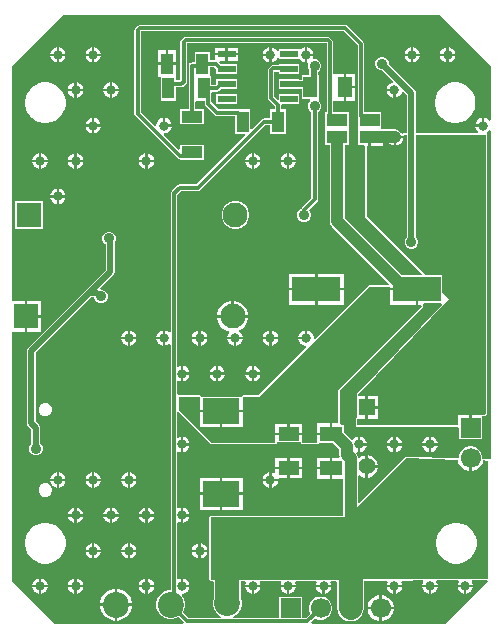
<source format=gbl>
G04*
G04 #@! TF.GenerationSoftware,Altium Limited,Altium Designer,22.2.1 (43)*
G04*
G04 Layer_Physical_Order=2*
G04 Layer_Color=16711680*
%FSLAX25Y25*%
%MOIN*%
G70*
G04*
G04 #@! TF.SameCoordinates,5435AC76-14FC-4701-A4E6-3609E34239AB*
G04*
G04*
G04 #@! TF.FilePolarity,Positive*
G04*
G01*
G75*
%ADD12C,0.01181*%
%ADD17R,0.04134X0.07087*%
%ADD20R,0.07087X0.04134*%
%ADD26C,0.05512*%
%ADD27R,0.05512X0.05512*%
%ADD28R,0.08268X0.08268*%
%ADD29C,0.08268*%
%ADD30R,0.06693X0.06693*%
%ADD31C,0.06693*%
%ADD32C,0.08661*%
%ADD33R,0.06693X0.06693*%
%ADD36C,0.03937*%
%ADD37C,0.01968*%
%ADD38C,0.03543*%
%ADD39C,0.03150*%
%ADD40R,0.16142X0.08268*%
%ADD41R,0.07480X0.05118*%
%ADD42R,0.05906X0.02362*%
%ADD43R,0.06890X0.04331*%
%ADD44R,0.04724X0.07087*%
%ADD45R,0.07087X0.04724*%
%ADD46R,0.12402X0.08661*%
%ADD47C,0.07874*%
G36*
X159843Y185951D02*
Y168128D01*
X159464Y167984D01*
X159343Y167975D01*
X158893Y168424D01*
X158309Y168761D01*
X157715Y168921D01*
Y166377D01*
X157322D01*
Y165983D01*
X154778D01*
X154937Y165389D01*
X155274Y164805D01*
X155682Y164397D01*
X155628Y164119D01*
X155499Y163897D01*
X134950D01*
Y177165D01*
X134950Y177165D01*
X134837Y177734D01*
X134515Y178216D01*
X134515Y178216D01*
X125866Y186864D01*
Y187454D01*
X125524Y188279D01*
X124893Y188910D01*
X124068Y189252D01*
X123176D01*
X122351Y188910D01*
X121720Y188279D01*
X121378Y187454D01*
Y186562D01*
X121720Y185737D01*
X122351Y185105D01*
X123176Y184764D01*
X123766D01*
X127306Y181224D01*
X127156Y180666D01*
X126806Y180572D01*
X126223Y180236D01*
X125746Y179759D01*
X125409Y179175D01*
X125250Y178581D01*
X127794D01*
Y178188D01*
X128188D01*
Y175644D01*
X128782Y175803D01*
X129365Y176140D01*
X129842Y176616D01*
X130179Y177200D01*
X130272Y177550D01*
X130830Y177699D01*
X131979Y176550D01*
Y163897D01*
X131006D01*
X130973Y163884D01*
X130939Y163893D01*
X130796Y163811D01*
X130644Y163747D01*
X130489Y163724D01*
X130068Y163826D01*
X129713Y164358D01*
X128905Y164898D01*
X127953Y165087D01*
X127953Y165087D01*
X123682D01*
X123406Y165472D01*
X123406Y165736D01*
Y170748D01*
X117718D01*
Y193602D01*
X117718Y193602D01*
X117635Y194017D01*
X117400Y194369D01*
X117400Y194369D01*
X112184Y199585D01*
X111832Y199820D01*
X111417Y199903D01*
X42913D01*
X42913Y199903D01*
X42499Y199820D01*
X42147Y199585D01*
X42147Y199585D01*
X41455Y198893D01*
X41220Y198542D01*
X41138Y198127D01*
Y170377D01*
X41220Y169962D01*
X41455Y169611D01*
X55533Y155533D01*
X55884Y155298D01*
X56221Y155231D01*
Y154941D01*
X64252D01*
Y160020D01*
X56221D01*
Y158564D01*
X55759Y158373D01*
X50814Y163318D01*
X51021Y163818D01*
X51359D01*
X52010Y163992D01*
X52594Y164329D01*
X53070Y164805D01*
X53407Y165389D01*
X53566Y165983D01*
X51022D01*
Y166377D01*
X50629D01*
Y168921D01*
X50035Y168761D01*
X49451Y168424D01*
X48975Y167948D01*
X48638Y167365D01*
X48463Y166714D01*
Y166375D01*
X47963Y166168D01*
X43305Y170826D01*
Y197678D01*
X43362Y197735D01*
X110968D01*
X115550Y193153D01*
Y169685D01*
X115571Y169580D01*
Y165736D01*
X115571Y165472D01*
X115571Y164972D01*
Y159961D01*
X117663D01*
X117998Y159461D01*
X117993Y159449D01*
X117992Y136221D01*
X118142Y135859D01*
X137122Y116879D01*
X136931Y116417D01*
X130213D01*
X111150Y135480D01*
Y159961D01*
X112579D01*
Y164972D01*
X112579Y165236D01*
X112579Y165736D01*
Y170748D01*
X107383D01*
Y174584D01*
X107874Y174606D01*
X107883Y174606D01*
X110827D01*
Y179134D01*
Y183661D01*
X107883D01*
X107874Y183661D01*
X107383Y183683D01*
Y194190D01*
X107383Y194190D01*
X107300Y194605D01*
X107066Y194956D01*
X107066Y194956D01*
X106374Y195648D01*
X106022Y195883D01*
X105607Y195966D01*
X58172D01*
X58172Y195966D01*
X57757Y195883D01*
X57406Y195648D01*
X57406Y195648D01*
X56714Y194956D01*
X56479Y194605D01*
X56397Y194190D01*
Y181456D01*
X56340Y181399D01*
X54902D01*
Y182480D01*
X55020D01*
Y186614D01*
X51968D01*
X48917D01*
Y182480D01*
X49823D01*
Y174724D01*
X54902D01*
Y179231D01*
X56788D01*
X57203Y179314D01*
X57555Y179549D01*
X58247Y180240D01*
X58247Y180240D01*
X58482Y180592D01*
X58564Y181007D01*
X58564Y181007D01*
Y193741D01*
X58621Y193798D01*
X105158D01*
X105215Y193741D01*
Y170748D01*
X104744D01*
Y165736D01*
X104744Y165472D01*
X104744Y164972D01*
Y159961D01*
X106173D01*
Y134449D01*
X106362Y133496D01*
X106902Y132689D01*
X125981Y113610D01*
X125774Y113110D01*
X119291D01*
X118930Y112960D01*
X101326Y95356D01*
X100826Y95563D01*
Y95847D01*
X100651Y96498D01*
X100314Y97082D01*
X99838Y97558D01*
X99254Y97895D01*
X98660Y98054D01*
Y95511D01*
X98267D01*
Y95117D01*
X95723D01*
X95882Y94523D01*
X96219Y93939D01*
X96695Y93463D01*
X97279Y93126D01*
X97930Y92952D01*
X98214D01*
X98421Y92452D01*
X82465Y76496D01*
X77264D01*
X76902Y76346D01*
X76902Y76346D01*
X76752Y76063D01*
X63406D01*
X63255Y76346D01*
X63255Y76346D01*
X62894Y76496D01*
X55905D01*
X55874Y76482D01*
X55374Y76817D01*
Y81142D01*
X55807Y81392D01*
X55940Y81315D01*
X56534Y81156D01*
Y83700D01*
Y86243D01*
X55940Y86084D01*
X55807Y86007D01*
X55374Y86257D01*
Y143307D01*
X56653Y144586D01*
X62232D01*
X62646Y144668D01*
X62998Y144903D01*
X84728Y166633D01*
X86437D01*
Y163701D01*
X91516D01*
Y171732D01*
X90060D01*
Y173280D01*
X90060Y173280D01*
X90260Y173524D01*
X96142D01*
Y176831D01*
X89291D01*
Y175151D01*
X88829Y174960D01*
X87698Y176091D01*
Y184292D01*
X87755Y184349D01*
X89291D01*
Y183524D01*
X96142D01*
Y186831D01*
X89291D01*
Y186517D01*
X87306D01*
X87306Y186517D01*
X86891Y186434D01*
X86540Y186199D01*
X86540Y186199D01*
X85848Y185508D01*
X85613Y185156D01*
X85530Y184741D01*
Y175642D01*
X85613Y175228D01*
X85848Y174876D01*
X87893Y172831D01*
Y171732D01*
X86437D01*
Y168800D01*
X84279D01*
X84279Y168800D01*
X83864Y168718D01*
X83513Y168483D01*
X83513Y168483D01*
X80167Y165137D01*
X79705Y165328D01*
Y171732D01*
X75794D01*
X75689Y171753D01*
X69150D01*
X66733Y174169D01*
Y177264D01*
X66733Y177264D01*
X67076Y177656D01*
X68642D01*
X69056Y177739D01*
X69408Y177974D01*
X69958Y178524D01*
X75276D01*
Y181831D01*
X68425D01*
Y180056D01*
X68193Y179824D01*
X66713D01*
X66713Y182756D01*
X66319Y183012D01*
X66319Y183256D01*
Y185924D01*
X67799D01*
X68425Y185298D01*
Y183524D01*
X75276D01*
Y186831D01*
X69958D01*
X69277Y187512D01*
X69484Y188012D01*
X71457D01*
Y189784D01*
X67913D01*
Y188092D01*
X66319D01*
Y191024D01*
X61240D01*
Y187400D01*
X60236D01*
X59821Y187317D01*
X59470Y187082D01*
X59235Y186731D01*
X59152Y186316D01*
Y171831D01*
X56221D01*
Y166752D01*
X64252D01*
Y171831D01*
X61320D01*
Y174354D01*
X61634Y174724D01*
X61820Y174724D01*
X64566D01*
Y173721D01*
X64648Y173306D01*
X64883Y172954D01*
X67934Y169903D01*
X68286Y169668D01*
X68701Y169586D01*
X74626D01*
Y163701D01*
X78077D01*
X78268Y163239D01*
X61783Y146753D01*
X56204D01*
X55789Y146671D01*
X55437Y146436D01*
X53524Y144522D01*
X53289Y144170D01*
X53206Y143756D01*
Y97653D01*
X52706Y97446D01*
X52594Y97558D01*
X52010Y97895D01*
X51416Y98054D01*
Y95511D01*
Y92967D01*
X52010Y93126D01*
X52594Y93463D01*
X52706Y93575D01*
X53206Y93368D01*
Y11496D01*
X52517D01*
X51296Y11169D01*
X50200Y10536D01*
X49306Y9642D01*
X48674Y8547D01*
X48346Y7325D01*
Y6061D01*
X48674Y4839D01*
X49306Y3744D01*
X50200Y2849D01*
X51296Y2217D01*
X52517Y1890D01*
X53782D01*
X55003Y2217D01*
X55694Y2616D01*
X57506Y804D01*
X57298Y304D01*
X14657D01*
X304Y14657D01*
Y97638D01*
X4528D01*
Y102756D01*
Y107874D01*
X304D01*
Y186131D01*
X17323Y203150D01*
X142913D01*
X159843Y185951D01*
D02*
G37*
G36*
X158268Y70472D02*
X157925Y70129D01*
X157480Y69961D01*
Y69961D01*
X157480Y69961D01*
X153543D01*
Y65630D01*
X152756D01*
Y69961D01*
X148819D01*
Y66535D01*
X115354D01*
Y68701D01*
X118110D01*
Y72441D01*
Y76181D01*
X115857D01*
X115643Y76681D01*
X146063Y108661D01*
X143780Y110945D01*
Y116417D01*
X138307D01*
X118504Y136221D01*
X118504Y159449D01*
X119095D01*
Y162598D01*
X119488D01*
Y162992D01*
X123917D01*
Y163386D01*
X124900D01*
X125202Y162992D01*
X130703D01*
X131006Y163386D01*
X131979D01*
Y129247D01*
X131562Y128830D01*
X131220Y128005D01*
Y127113D01*
X131562Y126288D01*
X132193Y125657D01*
X133018Y125315D01*
X133911D01*
X134736Y125657D01*
X135367Y126288D01*
X135709Y127113D01*
Y128005D01*
X135367Y128830D01*
X134950Y129247D01*
Y163386D01*
X158268D01*
Y70472D01*
D02*
G37*
G36*
X126181Y112205D02*
X135236D01*
Y111811D01*
X135630D01*
Y106693D01*
X136748D01*
X136940Y106231D01*
X109055Y78347D01*
Y67126D01*
X107087D01*
Y63583D01*
X106693D01*
Y63189D01*
X101969D01*
Y60630D01*
X97047D01*
Y63189D01*
X92520D01*
X87992D01*
Y60630D01*
X66929D01*
X55905Y71653D01*
Y75984D01*
X62894D01*
Y71654D01*
X70079D01*
Y71260D01*
D01*
Y71654D01*
X77264D01*
Y75984D01*
X82677D01*
X119291Y112598D01*
X126181D01*
Y112205D01*
D02*
G37*
G36*
X159464Y164769D02*
X159843Y164625D01*
Y55313D01*
X159343Y55117D01*
X159241Y55159D01*
X159068Y55236D01*
X157414Y55277D01*
X157082Y55491D01*
X156968Y55640D01*
Y56133D01*
X156708Y57104D01*
X156205Y57975D01*
X155494Y58686D01*
X154624Y59189D01*
X153652Y59449D01*
X152647D01*
X151676Y59189D01*
X150805Y58686D01*
X150094Y57975D01*
X149591Y57104D01*
X149331Y56133D01*
Y55821D01*
X149168Y55648D01*
X148859Y55494D01*
X148831Y55492D01*
X131797Y55917D01*
X131790Y55915D01*
X131784Y55918D01*
X131609Y55845D01*
X131432Y55777D01*
X131429Y55770D01*
X131422Y55768D01*
X116100Y40446D01*
X115638Y40637D01*
Y49679D01*
X116100Y49870D01*
X116207Y49763D01*
X117060Y49271D01*
X118011Y49016D01*
X118110D01*
Y52756D01*
Y56496D01*
X118011D01*
X117060Y56241D01*
X116207Y55749D01*
X116110Y55651D01*
X115568Y55816D01*
X115449Y56412D01*
X114927Y57193D01*
X114950Y57279D01*
X115198Y57639D01*
X115589Y57534D01*
Y60078D01*
Y62621D01*
X114995Y62462D01*
X114412Y62125D01*
X113935Y61649D01*
X113918Y61619D01*
X113422Y61554D01*
X110906Y64071D01*
Y66614D01*
X109896D01*
X109562Y67114D01*
X109566Y67126D01*
Y78135D01*
X137301Y105869D01*
X137340Y105963D01*
X137412Y106035D01*
Y106137D01*
X137451Y106231D01*
X137412Y106325D01*
Y106427D01*
X137297Y106705D01*
X137532Y107155D01*
X137590Y107205D01*
X143281D01*
X143496Y106705D01*
X115272Y77034D01*
X115237Y76942D01*
X115168Y76871D01*
X115169Y76766D01*
X115131Y76668D01*
X115172Y76578D01*
X115173Y76480D01*
X115306Y76169D01*
X115276Y75669D01*
X115276Y75448D01*
Y69213D01*
X114993Y69062D01*
X114993Y69062D01*
X114843Y68701D01*
Y66535D01*
X114993Y66174D01*
X115354Y66024D01*
X148819D01*
X148831Y66029D01*
X149331Y65695D01*
Y61811D01*
X156968D01*
Y69449D01*
X157468Y69449D01*
X157480D01*
X157568Y69485D01*
X157662Y69483D01*
X158106Y69651D01*
X158186Y69726D01*
X158286Y69768D01*
X158629Y70111D01*
X158779Y70472D01*
Y163386D01*
X158629Y163747D01*
X158742Y164242D01*
X158893Y164329D01*
X159343Y164779D01*
X159464Y164769D01*
D02*
G37*
G36*
X66567Y60268D02*
X66929Y60119D01*
X87992D01*
X88354Y60268D01*
X88503Y60630D01*
Y60633D01*
X88504Y60748D01*
X96535D01*
X96536Y60633D01*
Y60630D01*
X96686Y60268D01*
X97047Y60119D01*
X101969D01*
X102330Y60268D01*
X102330Y60268D01*
X102480Y60551D01*
X107386D01*
X109478Y58459D01*
Y56642D01*
X109587Y56095D01*
X109270Y55709D01*
X107087D01*
Y52165D01*
Y48622D01*
X110661D01*
Y36338D01*
X66535D01*
X66174Y36188D01*
X66024Y35827D01*
Y15315D01*
X66024Y15314D01*
X66024Y15314D01*
X66099Y15134D01*
X66174Y14953D01*
X66174Y14953D01*
X66175Y14953D01*
X66529Y14600D01*
X66530Y14600D01*
X66530Y14599D01*
X66713Y14524D01*
X66891Y14451D01*
X66891Y14451D01*
X66892Y14451D01*
X67245Y14452D01*
X67600Y14099D01*
Y8990D01*
X67571Y8941D01*
X67244Y7719D01*
Y6454D01*
X67571Y5233D01*
X68204Y4137D01*
X69098Y3243D01*
X70063Y2686D01*
X69929Y2186D01*
X59189D01*
X57227Y4149D01*
X57625Y4839D01*
X57953Y6061D01*
Y7325D01*
X57625Y8547D01*
X56993Y9642D01*
X56861Y9774D01*
X57068Y10274D01*
X57265D01*
X57916Y10449D01*
X58499Y10786D01*
X58976Y11262D01*
X59313Y11846D01*
X59472Y12440D01*
X56928D01*
Y12833D01*
X56534D01*
Y15377D01*
X55940Y15218D01*
X55807Y15141D01*
X55374Y15391D01*
Y33898D01*
X55807Y34148D01*
X55940Y34071D01*
X56534Y33912D01*
Y36456D01*
Y38999D01*
X55940Y38840D01*
X55807Y38763D01*
X55374Y39013D01*
Y57520D01*
X55807Y57770D01*
X55940Y57693D01*
X56534Y57534D01*
Y60078D01*
Y62621D01*
X55940Y62462D01*
X55807Y62385D01*
X55374Y62635D01*
Y70755D01*
X55874Y70962D01*
X66567Y60268D01*
D02*
G37*
G36*
X153543Y51299D02*
X153720D01*
X154821Y51594D01*
X155809Y52165D01*
X156615Y52971D01*
X157185Y53958D01*
X157402Y54766D01*
X159055Y54724D01*
Y15354D01*
X66890Y14962D01*
X66535Y15315D01*
Y35827D01*
X112205D01*
X131784Y55406D01*
X148840Y54980D01*
X149114Y53958D01*
X149684Y52971D01*
X150490Y52165D01*
X151478Y51594D01*
X152579Y51299D01*
X152756D01*
Y55630D01*
X153543D01*
Y51299D01*
D02*
G37*
G36*
X158830Y14342D02*
X144792Y304D01*
X100182D01*
X99975Y804D01*
X101326Y2155D01*
X101676Y1953D01*
X102647Y1693D01*
X103652D01*
X104624Y1953D01*
X105494Y2456D01*
X106205Y3167D01*
X106708Y4038D01*
X106968Y5009D01*
Y6015D01*
X106708Y6986D01*
X106205Y7857D01*
X105494Y8568D01*
X104624Y9070D01*
X103652Y9331D01*
X102647D01*
X101676Y9070D01*
X100805Y8568D01*
X100094Y7857D01*
X99591Y6986D01*
X99331Y6015D01*
Y5009D01*
X99591Y4038D01*
X99793Y3688D01*
X98291Y2186D01*
X96969D01*
Y9331D01*
X89331D01*
Y2186D01*
X74166D01*
X74032Y2686D01*
X74997Y3243D01*
X75891Y4137D01*
X76523Y5233D01*
X76850Y6454D01*
Y7719D01*
X76523Y8941D01*
X76495Y8990D01*
Y14492D01*
X77979Y14498D01*
X78268Y13999D01*
X78165Y13821D01*
X78006Y13227D01*
X83094D01*
X82935Y13821D01*
X82821Y14018D01*
X83109Y14520D01*
X89819Y14548D01*
X90108Y14050D01*
X89976Y13821D01*
X89817Y13227D01*
X94905D01*
X94746Y13821D01*
X94603Y14069D01*
X94891Y14570D01*
X101659Y14599D01*
X101948Y14100D01*
X101787Y13821D01*
X101628Y13227D01*
X106716D01*
X106557Y13821D01*
X106385Y14119D01*
X106673Y14620D01*
X108348Y14627D01*
X108702Y14274D01*
Y5512D01*
X108854Y4361D01*
X109298Y3288D01*
X110005Y2367D01*
X110926Y1660D01*
X111998Y1216D01*
X113150Y1064D01*
X114301Y1216D01*
X115373Y1660D01*
X116295Y2367D01*
X117001Y3288D01*
X117446Y4361D01*
X117597Y5512D01*
Y14667D01*
X125372Y14700D01*
X125628Y14201D01*
X125409Y13821D01*
X125250Y13227D01*
X130338D01*
X130179Y13821D01*
X129949Y14219D01*
X130190Y14720D01*
X137249Y14750D01*
X137469Y14251D01*
X137220Y13821D01*
X137061Y13227D01*
X142149D01*
X141990Y13821D01*
X141731Y14269D01*
X141936Y14770D01*
X149126Y14801D01*
X149309Y14301D01*
X149031Y13821D01*
X148872Y13227D01*
X153960D01*
X153801Y13821D01*
X153513Y14319D01*
X153681Y14820D01*
X158622Y14841D01*
X158830Y14342D01*
D02*
G37*
%LPC*%
G36*
X97873Y192543D02*
X97279Y192383D01*
X96695Y192046D01*
X96594Y191946D01*
X96142Y191831D01*
X96142Y191831D01*
Y191831D01*
X96142Y191831D01*
X89291D01*
Y191157D01*
X89109Y191088D01*
X88791Y191071D01*
X88503Y191570D01*
X88027Y192046D01*
X87443Y192383D01*
X86849Y192543D01*
Y189999D01*
Y187455D01*
X87443Y187614D01*
X88027Y187951D01*
X88503Y188427D01*
X88791Y188926D01*
X89109Y188909D01*
X89291Y188840D01*
Y188524D01*
X95717D01*
X96197Y188465D01*
X96219Y188427D01*
X96695Y187951D01*
X97279Y187614D01*
X97873Y187455D01*
Y189999D01*
Y192543D01*
D02*
G37*
G36*
X75787Y192342D02*
X72244D01*
Y190571D01*
X75787D01*
Y192342D01*
D02*
G37*
G36*
X71457D02*
X67913D01*
Y190571D01*
X71457D01*
Y192342D01*
D02*
G37*
G36*
X145904Y192543D02*
Y190392D01*
X148054D01*
X147895Y190987D01*
X147558Y191570D01*
X147082Y192046D01*
X146498Y192383D01*
X145904Y192543D01*
D02*
G37*
G36*
X145117D02*
X144523Y192383D01*
X143939Y192046D01*
X143463Y191570D01*
X143126Y190987D01*
X142967Y190392D01*
X145117D01*
Y192543D01*
D02*
G37*
G36*
X134093D02*
Y190392D01*
X136243D01*
X136084Y190987D01*
X135747Y191570D01*
X135271Y192046D01*
X134687Y192383D01*
X134093Y192543D01*
D02*
G37*
G36*
X133306D02*
X132712Y192383D01*
X132128Y192046D01*
X131652Y191570D01*
X131315Y190987D01*
X131156Y190392D01*
X133306D01*
Y192543D01*
D02*
G37*
G36*
X98660D02*
Y190392D01*
X100810D01*
X100651Y190987D01*
X100314Y191570D01*
X99838Y192046D01*
X99254Y192383D01*
X98660Y192543D01*
D02*
G37*
G36*
X86062D02*
X85468Y192383D01*
X84884Y192046D01*
X84408Y191570D01*
X84071Y190987D01*
X83912Y190392D01*
X86062D01*
Y192543D01*
D02*
G37*
G36*
X27794D02*
Y190392D01*
X29944D01*
X29785Y190987D01*
X29448Y191570D01*
X28972Y192046D01*
X28388Y192383D01*
X27794Y192543D01*
D02*
G37*
G36*
X27007D02*
X26413Y192383D01*
X25829Y192046D01*
X25353Y191570D01*
X25016Y190987D01*
X24857Y190392D01*
X27007D01*
Y192543D01*
D02*
G37*
G36*
X15983D02*
Y190392D01*
X18133D01*
X17974Y190987D01*
X17637Y191570D01*
X17161Y192046D01*
X16577Y192383D01*
X15983Y192543D01*
D02*
G37*
G36*
X15196D02*
X14602Y192383D01*
X14018Y192046D01*
X13542Y191570D01*
X13205Y190987D01*
X13046Y190392D01*
X15196D01*
Y192543D01*
D02*
G37*
G36*
X75787Y189784D02*
X72244D01*
Y188012D01*
X75787D01*
Y189784D01*
D02*
G37*
G36*
X148054Y189605D02*
X145904D01*
Y187455D01*
X146498Y187614D01*
X147082Y187951D01*
X147558Y188427D01*
X147895Y189011D01*
X148054Y189605D01*
D02*
G37*
G36*
X145117D02*
X142967D01*
X143126Y189011D01*
X143463Y188427D01*
X143939Y187951D01*
X144523Y187614D01*
X145117Y187455D01*
Y189605D01*
D02*
G37*
G36*
X136243D02*
X134093D01*
Y187455D01*
X134687Y187614D01*
X135271Y187951D01*
X135747Y188427D01*
X136084Y189011D01*
X136243Y189605D01*
D02*
G37*
G36*
X133306D02*
X131156D01*
X131315Y189011D01*
X131652Y188427D01*
X132128Y187951D01*
X132712Y187614D01*
X133306Y187455D01*
Y189605D01*
D02*
G37*
G36*
X86062D02*
X83912D01*
X84071Y189011D01*
X84408Y188427D01*
X84884Y187951D01*
X85468Y187614D01*
X86062Y187455D01*
Y189605D01*
D02*
G37*
G36*
X29944D02*
X27794D01*
Y187455D01*
X28388Y187614D01*
X28972Y187951D01*
X29448Y188427D01*
X29785Y189011D01*
X29944Y189605D01*
D02*
G37*
G36*
X27007D02*
X24857D01*
X25016Y189011D01*
X25353Y188427D01*
X25829Y187951D01*
X26413Y187614D01*
X27007Y187455D01*
Y189605D01*
D02*
G37*
G36*
X18133D02*
X15983D01*
Y187455D01*
X16577Y187614D01*
X17161Y187951D01*
X17637Y188427D01*
X17974Y189011D01*
X18133Y189605D01*
D02*
G37*
G36*
X15196D02*
X13046D01*
X13205Y189011D01*
X13542Y188427D01*
X14018Y187951D01*
X14602Y187614D01*
X15196Y187455D01*
Y189605D01*
D02*
G37*
G36*
X55020Y191535D02*
X52362D01*
Y187402D01*
X55020D01*
Y191535D01*
D02*
G37*
G36*
X51575D02*
X48917D01*
Y187402D01*
X51575D01*
Y191535D01*
D02*
G37*
G36*
X100810Y189605D02*
X98660D01*
Y187455D01*
X98730Y187474D01*
X99098Y187055D01*
X98937Y186667D01*
Y185774D01*
X99279Y184949D01*
X99395Y184833D01*
Y183150D01*
X96969D01*
Y181662D01*
X96142D01*
Y181831D01*
X89291D01*
Y178524D01*
X96142D01*
Y178692D01*
X96969D01*
Y175118D01*
X99623D01*
X99791Y174618D01*
X99279Y174106D01*
X98937Y173281D01*
Y172388D01*
X99279Y171563D01*
X99910Y170932D01*
X100097Y170855D01*
Y142181D01*
X96871Y138955D01*
X96659Y138638D01*
X96367Y138517D01*
X95735Y137885D01*
X95394Y137060D01*
Y136168D01*
X95735Y135343D01*
X96367Y134712D01*
X97191Y134370D01*
X98084D01*
X98909Y134712D01*
X99540Y135343D01*
X99882Y136168D01*
Y137060D01*
X99540Y137885D01*
X99204Y138222D01*
X101947Y140966D01*
X101947Y140966D01*
X102182Y141317D01*
X102265Y141732D01*
Y170855D01*
X102452Y170932D01*
X103084Y171563D01*
X103425Y172388D01*
Y173281D01*
X103084Y174106D01*
X102571Y174618D01*
X102638Y175118D01*
X102638Y175201D01*
Y183150D01*
X102365D01*
Y184282D01*
X102452Y184318D01*
X103084Y184949D01*
X103425Y185774D01*
Y186667D01*
X103084Y187492D01*
X102452Y188123D01*
X101628Y188465D01*
X100913D01*
X100621Y188862D01*
X100602Y188926D01*
X100651Y189011D01*
X100810Y189605D01*
D02*
G37*
G36*
X111614Y183661D02*
Y179527D01*
X114567D01*
Y183661D01*
X111614D01*
D02*
G37*
G36*
X33700Y180731D02*
Y178581D01*
X35850D01*
X35691Y179175D01*
X35354Y179759D01*
X34877Y180236D01*
X34294Y180572D01*
X33700Y180731D01*
D02*
G37*
G36*
X32912D02*
X32318Y180572D01*
X31735Y180236D01*
X31258Y179759D01*
X30921Y179175D01*
X30762Y178581D01*
X32912D01*
Y180731D01*
D02*
G37*
G36*
X21889D02*
Y178581D01*
X24039D01*
X23879Y179175D01*
X23543Y179759D01*
X23066Y180236D01*
X22483Y180572D01*
X21889Y180731D01*
D02*
G37*
G36*
X21101D02*
X20507Y180572D01*
X19924Y180236D01*
X19447Y179759D01*
X19110Y179175D01*
X18951Y178581D01*
X21101D01*
Y180731D01*
D02*
G37*
G36*
X127400Y177794D02*
X125250D01*
X125409Y177200D01*
X125746Y176616D01*
X126223Y176140D01*
X126806Y175803D01*
X127400Y175644D01*
Y177794D01*
D02*
G37*
G36*
X35850D02*
X33700D01*
Y175644D01*
X34294Y175803D01*
X34877Y176140D01*
X35354Y176616D01*
X35691Y177200D01*
X35850Y177794D01*
D02*
G37*
G36*
X32912D02*
X30762D01*
X30921Y177200D01*
X31258Y176616D01*
X31735Y176140D01*
X32318Y175803D01*
X32912Y175644D01*
Y177794D01*
D02*
G37*
G36*
X24039D02*
X21889D01*
Y175644D01*
X22483Y175803D01*
X23066Y176140D01*
X23543Y176616D01*
X23879Y177200D01*
X24039Y177794D01*
D02*
G37*
G36*
X21101D02*
X18951D01*
X19110Y177200D01*
X19447Y176616D01*
X19924Y176140D01*
X20507Y175803D01*
X21101Y175644D01*
Y177794D01*
D02*
G37*
G36*
X114567Y178740D02*
X111614D01*
Y174606D01*
X114567D01*
Y178740D01*
D02*
G37*
G36*
X75276Y176831D02*
X68425D01*
Y173524D01*
X75276D01*
Y176831D01*
D02*
G37*
G36*
X148698Y180787D02*
X147365D01*
X146056Y180527D01*
X144824Y180017D01*
X143715Y179276D01*
X142772Y178332D01*
X142031Y177223D01*
X141520Y175991D01*
X141260Y174683D01*
Y173349D01*
X141520Y172040D01*
X142031Y170808D01*
X142772Y169699D01*
X143715Y168756D01*
X144824Y168015D01*
X146056Y167504D01*
X147365Y167244D01*
X148698D01*
X150007Y167504D01*
X151239Y168015D01*
X152348Y168756D01*
X153291Y169699D01*
X154033Y170808D01*
X154543Y172040D01*
X154803Y173349D01*
Y174683D01*
X154543Y175991D01*
X154033Y177223D01*
X153291Y178332D01*
X152348Y179276D01*
X151239Y180017D01*
X150007Y180527D01*
X148698Y180787D01*
D02*
G37*
G36*
X12084D02*
X10750D01*
X9442Y180527D01*
X8210Y180017D01*
X7101Y179276D01*
X6157Y178332D01*
X5416Y177223D01*
X4906Y175991D01*
X4646Y174683D01*
Y173349D01*
X4906Y172040D01*
X5416Y170808D01*
X6157Y169699D01*
X7101Y168756D01*
X8210Y168015D01*
X9442Y167504D01*
X10750Y167244D01*
X12084D01*
X13393Y167504D01*
X14625Y168015D01*
X15734Y168756D01*
X16677Y169699D01*
X17418Y170808D01*
X17929Y172040D01*
X18189Y173349D01*
Y174683D01*
X17929Y175991D01*
X17418Y177223D01*
X16677Y178332D01*
X15734Y179276D01*
X14625Y180017D01*
X13393Y180527D01*
X12084Y180787D01*
D02*
G37*
G36*
X156928Y168921D02*
X156334Y168761D01*
X155750Y168424D01*
X155274Y167948D01*
X154937Y167365D01*
X154778Y166770D01*
X156928D01*
Y168921D01*
D02*
G37*
G36*
X51416D02*
Y166770D01*
X53566D01*
X53407Y167365D01*
X53070Y167948D01*
X52594Y168424D01*
X52010Y168761D01*
X51416Y168921D01*
D02*
G37*
G36*
X27794D02*
Y166770D01*
X29944D01*
X29785Y167365D01*
X29448Y167948D01*
X28972Y168424D01*
X28388Y168761D01*
X27794Y168921D01*
D02*
G37*
G36*
X27007D02*
X26413Y168761D01*
X25829Y168424D01*
X25353Y167948D01*
X25016Y167365D01*
X24857Y166770D01*
X27007D01*
Y168921D01*
D02*
G37*
G36*
X29944Y165983D02*
X27794D01*
Y163833D01*
X28388Y163992D01*
X28972Y164329D01*
X29448Y164805D01*
X29785Y165389D01*
X29944Y165983D01*
D02*
G37*
G36*
X27007D02*
X24857D01*
X25016Y165389D01*
X25353Y164805D01*
X25829Y164329D01*
X26413Y163992D01*
X27007Y163833D01*
Y165983D01*
D02*
G37*
G36*
X92755Y157109D02*
Y154959D01*
X94905D01*
X94746Y155553D01*
X94409Y156137D01*
X93932Y156613D01*
X93349Y156950D01*
X92755Y157109D01*
D02*
G37*
G36*
X91967D02*
X91373Y156950D01*
X90790Y156613D01*
X90313Y156137D01*
X89976Y155553D01*
X89817Y154959D01*
X91967D01*
Y157109D01*
D02*
G37*
G36*
X80944D02*
Y154959D01*
X83094D01*
X82935Y155553D01*
X82598Y156137D01*
X82121Y156613D01*
X81538Y156950D01*
X80944Y157109D01*
D02*
G37*
G36*
X80156D02*
X79562Y156950D01*
X78979Y156613D01*
X78502Y156137D01*
X78165Y155553D01*
X78006Y154959D01*
X80156D01*
Y157109D01*
D02*
G37*
G36*
X45511D02*
Y154959D01*
X47661D01*
X47502Y155553D01*
X47165Y156137D01*
X46688Y156613D01*
X46105Y156950D01*
X45511Y157109D01*
D02*
G37*
G36*
X44723D02*
X44129Y156950D01*
X43546Y156613D01*
X43069Y156137D01*
X42732Y155553D01*
X42573Y154959D01*
X44723D01*
Y157109D01*
D02*
G37*
G36*
X21889D02*
Y154959D01*
X24039D01*
X23879Y155553D01*
X23543Y156137D01*
X23066Y156613D01*
X22483Y156950D01*
X21889Y157109D01*
D02*
G37*
G36*
X21101D02*
X20507Y156950D01*
X19924Y156613D01*
X19447Y156137D01*
X19110Y155553D01*
X18951Y154959D01*
X21101D01*
Y157109D01*
D02*
G37*
G36*
X10078D02*
Y154959D01*
X12228D01*
X12069Y155553D01*
X11732Y156137D01*
X11255Y156613D01*
X10672Y156950D01*
X10078Y157109D01*
D02*
G37*
G36*
X9290D02*
X8696Y156950D01*
X8112Y156613D01*
X7636Y156137D01*
X7299Y155553D01*
X7140Y154959D01*
X9290D01*
Y157109D01*
D02*
G37*
G36*
X94905Y154172D02*
X92755D01*
Y152022D01*
X93349Y152181D01*
X93932Y152518D01*
X94409Y152994D01*
X94746Y153578D01*
X94905Y154172D01*
D02*
G37*
G36*
X91967D02*
X89817D01*
X89976Y153578D01*
X90313Y152994D01*
X90790Y152518D01*
X91373Y152181D01*
X91967Y152022D01*
Y154172D01*
D02*
G37*
G36*
X83094D02*
X80944D01*
Y152022D01*
X81538Y152181D01*
X82121Y152518D01*
X82598Y152994D01*
X82935Y153578D01*
X83094Y154172D01*
D02*
G37*
G36*
X80156D02*
X78006D01*
X78165Y153578D01*
X78502Y152994D01*
X78979Y152518D01*
X79562Y152181D01*
X80156Y152022D01*
Y154172D01*
D02*
G37*
G36*
X47661D02*
X45511D01*
Y152022D01*
X46105Y152181D01*
X46688Y152518D01*
X47165Y152994D01*
X47502Y153578D01*
X47661Y154172D01*
D02*
G37*
G36*
X44723D02*
X42573D01*
X42732Y153578D01*
X43069Y152994D01*
X43546Y152518D01*
X44129Y152181D01*
X44723Y152022D01*
Y154172D01*
D02*
G37*
G36*
X24039D02*
X21889D01*
Y152022D01*
X22483Y152181D01*
X23066Y152518D01*
X23543Y152994D01*
X23879Y153578D01*
X24039Y154172D01*
D02*
G37*
G36*
X21101D02*
X18951D01*
X19110Y153578D01*
X19447Y152994D01*
X19924Y152518D01*
X20507Y152181D01*
X21101Y152022D01*
Y154172D01*
D02*
G37*
G36*
X12228D02*
X10078D01*
Y152022D01*
X10672Y152181D01*
X11255Y152518D01*
X11732Y152994D01*
X12069Y153578D01*
X12228Y154172D01*
D02*
G37*
G36*
X9290D02*
X7140D01*
X7299Y153578D01*
X7636Y152994D01*
X8112Y152518D01*
X8696Y152181D01*
X9290Y152022D01*
Y154172D01*
D02*
G37*
G36*
X15983Y145299D02*
Y143148D01*
X18133D01*
X17974Y143742D01*
X17637Y144326D01*
X17161Y144802D01*
X16577Y145139D01*
X15983Y145299D01*
D02*
G37*
G36*
X15196D02*
X14602Y145139D01*
X14018Y144802D01*
X13542Y144326D01*
X13205Y143742D01*
X13046Y143148D01*
X15196D01*
Y145299D01*
D02*
G37*
G36*
X18133Y142361D02*
X15983D01*
Y140211D01*
X16577Y140370D01*
X17161Y140707D01*
X17637Y141183D01*
X17974Y141767D01*
X18133Y142361D01*
D02*
G37*
G36*
X15196D02*
X13046D01*
X13205Y141767D01*
X13542Y141183D01*
X14018Y140707D01*
X14602Y140370D01*
X15196Y140211D01*
Y142361D01*
D02*
G37*
G36*
X75410Y141220D02*
X74197D01*
X73025Y140907D01*
X71975Y140300D01*
X71117Y139443D01*
X70511Y138392D01*
X70197Y137221D01*
Y136008D01*
X70511Y134836D01*
X71117Y133786D01*
X71975Y132928D01*
X73025Y132322D01*
X74197Y132008D01*
X75410D01*
X76581Y132322D01*
X77631Y132928D01*
X78489Y133786D01*
X79096Y134836D01*
X79409Y136008D01*
Y137221D01*
X79096Y138392D01*
X78489Y139443D01*
X77631Y140300D01*
X76581Y140907D01*
X75410Y141220D01*
D02*
G37*
G36*
X10512D02*
X1299D01*
Y132008D01*
X10512D01*
Y141220D01*
D02*
G37*
G36*
X110827Y116929D02*
X102165D01*
Y112205D01*
X110827D01*
Y116929D01*
D02*
G37*
G36*
X101378D02*
X92716D01*
Y112205D01*
X101378D01*
Y116929D01*
D02*
G37*
G36*
X33124Y130984D02*
X32231D01*
X31406Y130643D01*
X30775Y130011D01*
X30433Y129186D01*
Y128294D01*
X30775Y127469D01*
X31406Y126838D01*
X31586Y126763D01*
Y118238D01*
X24981Y111634D01*
X24981Y111634D01*
X5643Y92296D01*
X5321Y91814D01*
X5208Y91245D01*
X5208Y91245D01*
Y67137D01*
X5208Y67136D01*
X5321Y66568D01*
X5643Y66086D01*
X6782Y64946D01*
Y60350D01*
X6365Y59933D01*
X6024Y59108D01*
Y58215D01*
X6365Y57390D01*
X6997Y56759D01*
X7821Y56417D01*
X8714D01*
X9539Y56759D01*
X10170Y57390D01*
X10512Y58215D01*
Y59108D01*
X10170Y59933D01*
X9753Y60350D01*
Y65562D01*
X9753Y65562D01*
X9640Y66130D01*
X9318Y66612D01*
X9318Y66612D01*
X8178Y67752D01*
Y90630D01*
X26646Y109098D01*
X27677D01*
Y109002D01*
X28019Y108178D01*
X28650Y107546D01*
X29475Y107205D01*
X30368D01*
X31192Y107546D01*
X31824Y108178D01*
X32165Y109002D01*
Y109895D01*
X31824Y110720D01*
X31192Y111351D01*
X30368Y111693D01*
X29948D01*
X29736Y112188D01*
X34121Y116573D01*
X34121Y116573D01*
X34443Y117055D01*
X34556Y117623D01*
Y127358D01*
X34556Y127358D01*
X34542Y127431D01*
X34580Y127469D01*
X34921Y128294D01*
Y129186D01*
X34580Y130011D01*
X33948Y130643D01*
X33124Y130984D01*
D02*
G37*
G36*
X110827Y111417D02*
X102165D01*
Y106693D01*
X110827D01*
Y111417D01*
D02*
G37*
G36*
X101378D02*
X92716D01*
Y106693D01*
X101378D01*
Y111417D01*
D02*
G37*
G36*
X74493Y107874D02*
X74213D01*
Y103150D01*
X78937D01*
Y103430D01*
X78588Y104731D01*
X77914Y105898D01*
X76961Y106851D01*
X75794Y107525D01*
X74493Y107874D01*
D02*
G37*
G36*
X73425D02*
X73145D01*
X71843Y107525D01*
X70676Y106851D01*
X69723Y105898D01*
X69050Y104731D01*
X68701Y103430D01*
Y103150D01*
X73425D01*
Y107874D01*
D02*
G37*
G36*
X10039D02*
X5315D01*
Y103150D01*
X10039D01*
Y107874D01*
D02*
G37*
G36*
Y102362D02*
X5315D01*
Y97638D01*
X10039D01*
Y102362D01*
D02*
G37*
G36*
X97873Y98054D02*
X97279Y97895D01*
X96695Y97558D01*
X96219Y97082D01*
X95882Y96498D01*
X95723Y95904D01*
X97873D01*
Y98054D01*
D02*
G37*
G36*
X86849D02*
Y95904D01*
X88999D01*
X88840Y96498D01*
X88503Y97082D01*
X88027Y97558D01*
X87443Y97895D01*
X86849Y98054D01*
D02*
G37*
G36*
X86062D02*
X85468Y97895D01*
X84884Y97558D01*
X84408Y97082D01*
X84071Y96498D01*
X83912Y95904D01*
X86062D01*
Y98054D01*
D02*
G37*
G36*
X78937Y102362D02*
X68701D01*
Y102082D01*
X69050Y100780D01*
X69723Y99613D01*
X70676Y98660D01*
X71843Y97987D01*
X72593Y97786D01*
X72743Y97228D01*
X72597Y97082D01*
X72260Y96498D01*
X72101Y95904D01*
X77188D01*
X77029Y96498D01*
X76692Y97082D01*
X76216Y97558D01*
X76134Y97605D01*
X76134Y98183D01*
X76961Y98660D01*
X77914Y99613D01*
X78588Y100780D01*
X78937Y102082D01*
Y102362D01*
D02*
G37*
G36*
X63227Y98054D02*
Y95904D01*
X65377D01*
X65218Y96498D01*
X64881Y97082D01*
X64405Y97558D01*
X63821Y97895D01*
X63227Y98054D01*
D02*
G37*
G36*
X62440D02*
X61846Y97895D01*
X61262Y97558D01*
X60786Y97082D01*
X60449Y96498D01*
X60290Y95904D01*
X62440D01*
Y98054D01*
D02*
G37*
G36*
X50629D02*
X50035Y97895D01*
X49451Y97558D01*
X48975Y97082D01*
X48638Y96498D01*
X48479Y95904D01*
X50629D01*
Y98054D01*
D02*
G37*
G36*
X39605D02*
Y95904D01*
X41755D01*
X41596Y96498D01*
X41259Y97082D01*
X40783Y97558D01*
X40199Y97895D01*
X39605Y98054D01*
D02*
G37*
G36*
X38818D02*
X38224Y97895D01*
X37640Y97558D01*
X37164Y97082D01*
X36827Y96498D01*
X36667Y95904D01*
X38818D01*
Y98054D01*
D02*
G37*
G36*
X88999Y95117D02*
X86849D01*
Y92967D01*
X87443Y93126D01*
X88027Y93463D01*
X88503Y93939D01*
X88840Y94523D01*
X88999Y95117D01*
D02*
G37*
G36*
X86062D02*
X83912D01*
X84071Y94523D01*
X84408Y93939D01*
X84884Y93463D01*
X85468Y93126D01*
X86062Y92967D01*
Y95117D01*
D02*
G37*
G36*
X77188D02*
X75038D01*
Y92967D01*
X75632Y93126D01*
X76216Y93463D01*
X76692Y93939D01*
X77029Y94523D01*
X77188Y95117D01*
D02*
G37*
G36*
X74251D02*
X72101D01*
X72260Y94523D01*
X72597Y93939D01*
X73073Y93463D01*
X73657Y93126D01*
X74251Y92967D01*
Y95117D01*
D02*
G37*
G36*
X65377D02*
X63227D01*
Y92967D01*
X63821Y93126D01*
X64405Y93463D01*
X64881Y93939D01*
X65218Y94523D01*
X65377Y95117D01*
D02*
G37*
G36*
X62440D02*
X60290D01*
X60449Y94523D01*
X60786Y93939D01*
X61262Y93463D01*
X61846Y93126D01*
X62440Y92967D01*
Y95117D01*
D02*
G37*
G36*
X50629D02*
X48479D01*
X48638Y94523D01*
X48975Y93939D01*
X49451Y93463D01*
X50035Y93126D01*
X50629Y92967D01*
Y95117D01*
D02*
G37*
G36*
X41755D02*
X39605D01*
Y92967D01*
X40199Y93126D01*
X40783Y93463D01*
X41259Y93939D01*
X41596Y94523D01*
X41755Y95117D01*
D02*
G37*
G36*
X38818D02*
X36667D01*
X36827Y94523D01*
X37164Y93939D01*
X37640Y93463D01*
X38224Y93126D01*
X38818Y92967D01*
Y95117D01*
D02*
G37*
G36*
X80944Y86243D02*
Y84093D01*
X83094D01*
X82935Y84687D01*
X82598Y85271D01*
X82121Y85747D01*
X81538Y86084D01*
X80944Y86243D01*
D02*
G37*
G36*
X80156D02*
X79562Y86084D01*
X78979Y85747D01*
X78502Y85271D01*
X78165Y84687D01*
X78006Y84093D01*
X80156D01*
Y86243D01*
D02*
G37*
G36*
X69133D02*
Y84093D01*
X71283D01*
X71124Y84687D01*
X70787Y85271D01*
X70310Y85747D01*
X69727Y86084D01*
X69133Y86243D01*
D02*
G37*
G36*
X68345D02*
X67751Y86084D01*
X67168Y85747D01*
X66691Y85271D01*
X66354Y84687D01*
X66195Y84093D01*
X68345D01*
Y86243D01*
D02*
G37*
G36*
X57322D02*
Y84093D01*
X59472D01*
X59313Y84687D01*
X58976Y85271D01*
X58499Y85747D01*
X57916Y86084D01*
X57322Y86243D01*
D02*
G37*
G36*
X83094Y83306D02*
X80944D01*
Y81156D01*
X81538Y81315D01*
X82121Y81652D01*
X82598Y82128D01*
X82935Y82712D01*
X83094Y83306D01*
D02*
G37*
G36*
X80156D02*
X78006D01*
X78165Y82712D01*
X78502Y82128D01*
X78979Y81652D01*
X79562Y81315D01*
X80156Y81156D01*
Y83306D01*
D02*
G37*
G36*
X71283D02*
X69133D01*
Y81156D01*
X69727Y81315D01*
X70310Y81652D01*
X70787Y82128D01*
X71124Y82712D01*
X71283Y83306D01*
D02*
G37*
G36*
X68345D02*
X66195D01*
X66354Y82712D01*
X66691Y82128D01*
X67168Y81652D01*
X67751Y81315D01*
X68345Y81156D01*
Y83306D01*
D02*
G37*
G36*
X59472D02*
X57322D01*
Y81156D01*
X57916Y81315D01*
X58499Y81652D01*
X58976Y82128D01*
X59313Y82712D01*
X59472Y83306D01*
D02*
G37*
G36*
X11864Y73898D02*
X10971D01*
X10146Y73556D01*
X9515Y72925D01*
X9173Y72100D01*
Y71207D01*
X9515Y70382D01*
X10146Y69751D01*
X10971Y69410D01*
X11864D01*
X12688Y69751D01*
X13320Y70382D01*
X13661Y71207D01*
Y72100D01*
X13320Y72925D01*
X12688Y73556D01*
X11864Y73898D01*
D02*
G37*
G36*
X39605Y50810D02*
Y48660D01*
X41755D01*
X41596Y49254D01*
X41259Y49838D01*
X40783Y50314D01*
X40199Y50651D01*
X39605Y50810D01*
D02*
G37*
G36*
X38818D02*
X38224Y50651D01*
X37640Y50314D01*
X37164Y49838D01*
X36827Y49254D01*
X36667Y48660D01*
X38818D01*
Y50810D01*
D02*
G37*
G36*
X27794D02*
Y48660D01*
X29944D01*
X29785Y49254D01*
X29448Y49838D01*
X28972Y50314D01*
X28388Y50651D01*
X27794Y50810D01*
D02*
G37*
G36*
X27007D02*
X26413Y50651D01*
X25829Y50314D01*
X25353Y49838D01*
X25016Y49254D01*
X24857Y48660D01*
X27007D01*
Y50810D01*
D02*
G37*
G36*
X15983D02*
Y48660D01*
X18133D01*
X17974Y49254D01*
X17637Y49838D01*
X17161Y50314D01*
X16577Y50651D01*
X15983Y50810D01*
D02*
G37*
G36*
X15196D02*
X14602Y50651D01*
X14018Y50314D01*
X13542Y49838D01*
X13205Y49254D01*
X13046Y48660D01*
X15196D01*
Y50810D01*
D02*
G37*
G36*
X41755Y47873D02*
X39605D01*
Y45723D01*
X40199Y45882D01*
X40783Y46219D01*
X41259Y46695D01*
X41596Y47279D01*
X41755Y47873D01*
D02*
G37*
G36*
X38818D02*
X36667D01*
X36827Y47279D01*
X37164Y46695D01*
X37640Y46219D01*
X38224Y45882D01*
X38818Y45723D01*
Y47873D01*
D02*
G37*
G36*
X29944D02*
X27794D01*
Y45723D01*
X28388Y45882D01*
X28972Y46219D01*
X29448Y46695D01*
X29785Y47279D01*
X29944Y47873D01*
D02*
G37*
G36*
X27007D02*
X24857D01*
X25016Y47279D01*
X25353Y46695D01*
X25829Y46219D01*
X26413Y45882D01*
X27007Y45723D01*
Y47873D01*
D02*
G37*
G36*
X18133D02*
X15983D01*
Y45723D01*
X16577Y45882D01*
X17161Y46219D01*
X17637Y46695D01*
X17974Y47279D01*
X18133Y47873D01*
D02*
G37*
G36*
X15196D02*
X13046D01*
X13205Y47279D01*
X13542Y46695D01*
X14018Y46219D01*
X14602Y45882D01*
X15196Y45723D01*
Y47873D01*
D02*
G37*
G36*
X11864Y47126D02*
X10971D01*
X10146Y46784D01*
X9515Y46153D01*
X9173Y45328D01*
Y44436D01*
X9515Y43611D01*
X10146Y42979D01*
X10971Y42638D01*
X11864D01*
X12688Y42979D01*
X13320Y43611D01*
X13661Y44436D01*
Y45328D01*
X13320Y46153D01*
X12688Y46784D01*
X11864Y47126D01*
D02*
G37*
G36*
X45511Y38999D02*
Y36849D01*
X47661D01*
X47502Y37443D01*
X47165Y38027D01*
X46688Y38503D01*
X46105Y38840D01*
X45511Y38999D01*
D02*
G37*
G36*
X44723D02*
X44129Y38840D01*
X43546Y38503D01*
X43069Y38027D01*
X42732Y37443D01*
X42573Y36849D01*
X44723D01*
Y38999D01*
D02*
G37*
G36*
X33700D02*
Y36849D01*
X35850D01*
X35691Y37443D01*
X35354Y38027D01*
X34877Y38503D01*
X34294Y38840D01*
X33700Y38999D01*
D02*
G37*
G36*
X32912D02*
X32318Y38840D01*
X31735Y38503D01*
X31258Y38027D01*
X30921Y37443D01*
X30762Y36849D01*
X32912D01*
Y38999D01*
D02*
G37*
G36*
X21889D02*
Y36849D01*
X24039D01*
X23879Y37443D01*
X23543Y38027D01*
X23066Y38503D01*
X22483Y38840D01*
X21889Y38999D01*
D02*
G37*
G36*
X21101D02*
X20507Y38840D01*
X19924Y38503D01*
X19447Y38027D01*
X19110Y37443D01*
X18951Y36849D01*
X21101D01*
Y38999D01*
D02*
G37*
G36*
X47661Y36062D02*
X45511D01*
Y33912D01*
X46105Y34071D01*
X46688Y34408D01*
X47165Y34884D01*
X47502Y35468D01*
X47661Y36062D01*
D02*
G37*
G36*
X44723D02*
X42573D01*
X42732Y35468D01*
X43069Y34884D01*
X43546Y34408D01*
X44129Y34071D01*
X44723Y33912D01*
Y36062D01*
D02*
G37*
G36*
X35850D02*
X33700D01*
Y33912D01*
X34294Y34071D01*
X34877Y34408D01*
X35354Y34884D01*
X35691Y35468D01*
X35850Y36062D01*
D02*
G37*
G36*
X32912D02*
X30762D01*
X30921Y35468D01*
X31258Y34884D01*
X31735Y34408D01*
X32318Y34071D01*
X32912Y33912D01*
Y36062D01*
D02*
G37*
G36*
X24039D02*
X21889D01*
Y33912D01*
X22483Y34071D01*
X23066Y34408D01*
X23543Y34884D01*
X23879Y35468D01*
X24039Y36062D01*
D02*
G37*
G36*
X21101D02*
X18951D01*
X19110Y35468D01*
X19447Y34884D01*
X19924Y34408D01*
X20507Y34071D01*
X21101Y33912D01*
Y36062D01*
D02*
G37*
G36*
X39605Y27188D02*
Y25038D01*
X41755D01*
X41596Y25632D01*
X41259Y26216D01*
X40783Y26692D01*
X40199Y27029D01*
X39605Y27188D01*
D02*
G37*
G36*
X38818D02*
X38224Y27029D01*
X37640Y26692D01*
X37164Y26216D01*
X36827Y25632D01*
X36667Y25038D01*
X38818D01*
Y27188D01*
D02*
G37*
G36*
X27794D02*
Y25038D01*
X29944D01*
X29785Y25632D01*
X29448Y26216D01*
X28972Y26692D01*
X28388Y27029D01*
X27794Y27188D01*
D02*
G37*
G36*
X27007D02*
X26413Y27029D01*
X25829Y26692D01*
X25353Y26216D01*
X25016Y25632D01*
X24857Y25038D01*
X27007D01*
Y27188D01*
D02*
G37*
G36*
X41755Y24251D02*
X39605D01*
Y22101D01*
X40199Y22260D01*
X40783Y22597D01*
X41259Y23073D01*
X41596Y23657D01*
X41755Y24251D01*
D02*
G37*
G36*
X38818D02*
X36667D01*
X36827Y23657D01*
X37164Y23073D01*
X37640Y22597D01*
X38224Y22260D01*
X38818Y22101D01*
Y24251D01*
D02*
G37*
G36*
X29944D02*
X27794D01*
Y22101D01*
X28388Y22260D01*
X28972Y22597D01*
X29448Y23073D01*
X29785Y23657D01*
X29944Y24251D01*
D02*
G37*
G36*
X27007D02*
X24857D01*
X25016Y23657D01*
X25353Y23073D01*
X25829Y22597D01*
X26413Y22260D01*
X27007Y22101D01*
Y24251D01*
D02*
G37*
G36*
X12084Y33937D02*
X10750D01*
X9442Y33677D01*
X8210Y33166D01*
X7101Y32425D01*
X6157Y31482D01*
X5416Y30373D01*
X4906Y29141D01*
X4646Y27832D01*
Y26498D01*
X4906Y25190D01*
X5416Y23958D01*
X6157Y22849D01*
X7101Y21905D01*
X8210Y21164D01*
X9442Y20654D01*
X10750Y20394D01*
X12084D01*
X13393Y20654D01*
X14625Y21164D01*
X15734Y21905D01*
X16677Y22849D01*
X17418Y23958D01*
X17929Y25190D01*
X18189Y26498D01*
Y27832D01*
X17929Y29141D01*
X17418Y30373D01*
X16677Y31482D01*
X15734Y32425D01*
X14625Y33166D01*
X13393Y33677D01*
X12084Y33937D01*
D02*
G37*
G36*
X45511Y15377D02*
Y13227D01*
X47661D01*
X47502Y13821D01*
X47165Y14405D01*
X46688Y14881D01*
X46105Y15218D01*
X45511Y15377D01*
D02*
G37*
G36*
X44723D02*
X44129Y15218D01*
X43546Y14881D01*
X43069Y14405D01*
X42732Y13821D01*
X42573Y13227D01*
X44723D01*
Y15377D01*
D02*
G37*
G36*
X21889D02*
Y13227D01*
X24039D01*
X23879Y13821D01*
X23543Y14405D01*
X23066Y14881D01*
X22483Y15218D01*
X21889Y15377D01*
D02*
G37*
G36*
X21101D02*
X20507Y15218D01*
X19924Y14881D01*
X19447Y14405D01*
X19110Y13821D01*
X18951Y13227D01*
X21101D01*
Y15377D01*
D02*
G37*
G36*
X10078D02*
Y13227D01*
X12228D01*
X12069Y13821D01*
X11732Y14405D01*
X11255Y14881D01*
X10672Y15218D01*
X10078Y15377D01*
D02*
G37*
G36*
X9290D02*
X8696Y15218D01*
X8112Y14881D01*
X7636Y14405D01*
X7299Y13821D01*
X7140Y13227D01*
X9290D01*
Y15377D01*
D02*
G37*
G36*
X47661Y12440D02*
X45511D01*
Y10290D01*
X46105Y10449D01*
X46688Y10786D01*
X47165Y11262D01*
X47502Y11846D01*
X47661Y12440D01*
D02*
G37*
G36*
X44723D02*
X42573D01*
X42732Y11846D01*
X43069Y11262D01*
X43546Y10786D01*
X44129Y10449D01*
X44723Y10290D01*
Y12440D01*
D02*
G37*
G36*
X24039D02*
X21889D01*
Y10290D01*
X22483Y10449D01*
X23066Y10786D01*
X23543Y11262D01*
X23879Y11846D01*
X24039Y12440D01*
D02*
G37*
G36*
X21101D02*
X18951D01*
X19110Y11846D01*
X19447Y11262D01*
X19924Y10786D01*
X20507Y10449D01*
X21101Y10290D01*
Y12440D01*
D02*
G37*
G36*
X12228D02*
X10078D01*
Y10290D01*
X10672Y10449D01*
X11255Y10786D01*
X11732Y11262D01*
X12069Y11846D01*
X12228Y12440D01*
D02*
G37*
G36*
X9290D02*
X7140D01*
X7299Y11846D01*
X7636Y11262D01*
X8112Y10786D01*
X8696Y10449D01*
X9290Y10290D01*
Y12440D01*
D02*
G37*
G36*
X35739Y12008D02*
X35433D01*
Y7086D01*
X40354D01*
Y7393D01*
X39992Y8744D01*
X39292Y9956D01*
X38303Y10946D01*
X37091Y11646D01*
X35739Y12008D01*
D02*
G37*
G36*
X34646D02*
X34340D01*
X32988Y11646D01*
X31776Y10946D01*
X30786Y9956D01*
X30087Y8744D01*
X29724Y7393D01*
Y7086D01*
X34646D01*
Y12008D01*
D02*
G37*
G36*
X40354Y6299D02*
X35433D01*
Y1378D01*
X35739D01*
X37091Y1740D01*
X38303Y2440D01*
X39292Y3430D01*
X39992Y4641D01*
X40354Y5993D01*
Y6299D01*
D02*
G37*
G36*
X34646D02*
X29724D01*
Y5993D01*
X30087Y4641D01*
X30786Y3430D01*
X31776Y2440D01*
X32988Y1740D01*
X34340Y1378D01*
X34646D01*
Y6299D01*
D02*
G37*
G36*
X130700Y162205D02*
X128347D01*
Y159851D01*
X129016Y160030D01*
X129645Y160393D01*
X130158Y160906D01*
X130521Y161535D01*
X130700Y162205D01*
D02*
G37*
G36*
X127559D02*
X125205D01*
X125385Y161535D01*
X125748Y160906D01*
X126261Y160393D01*
X126889Y160030D01*
X127559Y159851D01*
Y162205D01*
D02*
G37*
G36*
X123917Y162205D02*
X119882D01*
Y159449D01*
X123917D01*
Y162205D01*
D02*
G37*
G36*
X122244Y76181D02*
X118897D01*
Y72835D01*
X122244D01*
Y76181D01*
D02*
G37*
G36*
Y72047D02*
X118897D01*
Y68701D01*
X122244D01*
Y72047D01*
D02*
G37*
G36*
X134843Y111417D02*
X126181D01*
Y106693D01*
X134843D01*
Y111417D01*
D02*
G37*
G36*
X77264Y70866D02*
X70473D01*
Y65945D01*
X77264D01*
Y70866D01*
D02*
G37*
G36*
X69685D02*
X62894D01*
Y65945D01*
X69685D01*
Y70866D01*
D02*
G37*
G36*
X97047Y66929D02*
X92914D01*
Y63977D01*
X97047D01*
Y66929D01*
D02*
G37*
G36*
X92126D02*
X87992D01*
Y63977D01*
X92126D01*
Y66929D01*
D02*
G37*
G36*
X106299Y67126D02*
X101969D01*
Y63976D01*
X106299D01*
Y67126D01*
D02*
G37*
G36*
X139999Y62621D02*
Y60471D01*
X142149D01*
X141990Y61065D01*
X141653Y61649D01*
X141176Y62125D01*
X140593Y62462D01*
X139999Y62621D01*
D02*
G37*
G36*
X139211D02*
X138617Y62462D01*
X138034Y62125D01*
X137557Y61649D01*
X137220Y61065D01*
X137061Y60471D01*
X139211D01*
Y62621D01*
D02*
G37*
G36*
X128188D02*
Y60471D01*
X130338D01*
X130179Y61065D01*
X129842Y61649D01*
X129365Y62125D01*
X128782Y62462D01*
X128188Y62621D01*
D02*
G37*
G36*
X127400D02*
X126806Y62462D01*
X126223Y62125D01*
X125746Y61649D01*
X125409Y61065D01*
X125250Y60471D01*
X127400D01*
Y62621D01*
D02*
G37*
G36*
X116377D02*
Y60471D01*
X118527D01*
X118368Y61065D01*
X118031Y61649D01*
X117554Y62125D01*
X116971Y62462D01*
X116377Y62621D01*
D02*
G37*
G36*
X142149Y59684D02*
X139999D01*
Y57534D01*
X140593Y57693D01*
X141176Y58030D01*
X141653Y58506D01*
X141990Y59090D01*
X142149Y59684D01*
D02*
G37*
G36*
X139211D02*
X137061D01*
X137220Y59090D01*
X137557Y58506D01*
X138034Y58030D01*
X138617Y57693D01*
X139211Y57534D01*
Y59684D01*
D02*
G37*
G36*
X130338D02*
X128188D01*
Y57534D01*
X128782Y57693D01*
X129365Y58030D01*
X129842Y58506D01*
X130179Y59090D01*
X130338Y59684D01*
D02*
G37*
G36*
X127400D02*
X125250D01*
X125409Y59090D01*
X125746Y58506D01*
X126223Y58030D01*
X126806Y57693D01*
X127400Y57534D01*
Y59684D01*
D02*
G37*
G36*
X118527D02*
X116377D01*
Y57534D01*
X116971Y57693D01*
X117554Y58030D01*
X118031Y58506D01*
X118368Y59090D01*
X118527Y59684D01*
D02*
G37*
G36*
X118996Y56496D02*
X118897D01*
Y53149D01*
X122244D01*
Y53248D01*
X121989Y54199D01*
X121497Y55052D01*
X120800Y55749D01*
X119948Y56241D01*
X118996Y56496D01*
D02*
G37*
G36*
X122244Y52362D02*
X118897D01*
Y49016D01*
X118996D01*
X119948Y49271D01*
X120800Y49763D01*
X121497Y50459D01*
X121989Y51312D01*
X122244Y52263D01*
Y52362D01*
D02*
G37*
G36*
X57322Y62621D02*
Y60471D01*
X59472D01*
X59313Y61065D01*
X58976Y61649D01*
X58499Y62125D01*
X57916Y62462D01*
X57322Y62621D01*
D02*
G37*
G36*
X59472Y59684D02*
X57322D01*
Y57534D01*
X57916Y57693D01*
X58499Y58030D01*
X58976Y58506D01*
X59313Y59090D01*
X59472Y59684D01*
D02*
G37*
G36*
X106299Y55709D02*
X101969D01*
Y52559D01*
X106299D01*
Y55709D01*
D02*
G37*
G36*
X97047Y55512D02*
X92914D01*
Y52559D01*
X97047D01*
Y55512D01*
D02*
G37*
G36*
X92126D02*
X87992D01*
Y52559D01*
X92126D01*
Y55512D01*
D02*
G37*
G36*
Y51771D02*
X87992D01*
Y50834D01*
X87559Y50584D01*
X87443Y50651D01*
X86849Y50810D01*
Y48660D01*
X89058D01*
X89180Y48819D01*
X92126D01*
Y51771D01*
D02*
G37*
G36*
X97047D02*
X92914D01*
Y48819D01*
X97047D01*
Y51771D01*
D02*
G37*
G36*
X86062Y50810D02*
X85468Y50651D01*
X84884Y50314D01*
X84408Y49838D01*
X84071Y49254D01*
X83912Y48660D01*
X86062D01*
Y50810D01*
D02*
G37*
G36*
X106299Y51772D02*
X101969D01*
Y48622D01*
X106299D01*
Y51772D01*
D02*
G37*
G36*
X88999Y47873D02*
X86849D01*
Y45723D01*
X87443Y45882D01*
X88027Y46219D01*
X88503Y46695D01*
X88840Y47279D01*
X88999Y47873D01*
D02*
G37*
G36*
X86062D02*
X83912D01*
X84071Y47279D01*
X84408Y46695D01*
X84884Y46219D01*
X85468Y45882D01*
X86062Y45723D01*
Y47873D01*
D02*
G37*
G36*
X77264Y49016D02*
X70473D01*
Y44095D01*
X77264D01*
Y49016D01*
D02*
G37*
G36*
X69685D02*
X62894D01*
Y44095D01*
X69685D01*
Y49016D01*
D02*
G37*
G36*
X77264Y43307D02*
X70473D01*
Y38386D01*
X77264D01*
Y43307D01*
D02*
G37*
G36*
X69685D02*
X62894D01*
Y38386D01*
X69685D01*
Y43307D01*
D02*
G37*
G36*
X57322Y38999D02*
Y36849D01*
X59472D01*
X59313Y37443D01*
X58976Y38027D01*
X58499Y38503D01*
X57916Y38840D01*
X57322Y38999D01*
D02*
G37*
G36*
X59472Y36062D02*
X57322D01*
Y33912D01*
X57916Y34071D01*
X58499Y34408D01*
X58976Y34884D01*
X59313Y35468D01*
X59472Y36062D01*
D02*
G37*
G36*
X63227Y27188D02*
Y25038D01*
X65377D01*
X65218Y25632D01*
X64881Y26216D01*
X64405Y26692D01*
X63821Y27029D01*
X63227Y27188D01*
D02*
G37*
G36*
X62440D02*
X61846Y27029D01*
X61262Y26692D01*
X60786Y26216D01*
X60449Y25632D01*
X60290Y25038D01*
X62440D01*
Y27188D01*
D02*
G37*
G36*
X65377Y24251D02*
X63227D01*
Y22101D01*
X63821Y22260D01*
X64405Y22597D01*
X64881Y23073D01*
X65218Y23657D01*
X65377Y24251D01*
D02*
G37*
G36*
X62440D02*
X60290D01*
X60449Y23657D01*
X60786Y23073D01*
X61262Y22597D01*
X61846Y22260D01*
X62440Y22101D01*
Y24251D01*
D02*
G37*
G36*
X57322Y15377D02*
Y13227D01*
X59472D01*
X59313Y13821D01*
X58976Y14405D01*
X58499Y14881D01*
X57916Y15218D01*
X57322Y15377D01*
D02*
G37*
G36*
X149092Y33937D02*
X147758D01*
X146450Y33677D01*
X145218Y33166D01*
X144108Y32425D01*
X143165Y31482D01*
X142424Y30373D01*
X141914Y29141D01*
X141654Y27832D01*
Y26498D01*
X141914Y25190D01*
X142424Y23958D01*
X143165Y22849D01*
X144108Y21905D01*
X145218Y21164D01*
X146450Y20654D01*
X147758Y20394D01*
X149092D01*
X150400Y20654D01*
X151633Y21164D01*
X152742Y21905D01*
X153685Y22849D01*
X154426Y23958D01*
X154937Y25190D01*
X155197Y26498D01*
Y27832D01*
X154937Y29141D01*
X154426Y30373D01*
X153685Y31482D01*
X152742Y32425D01*
X151633Y33166D01*
X150400Y33677D01*
X149092Y33937D01*
D02*
G37*
G36*
X153960Y12440D02*
X151810D01*
Y10290D01*
X152404Y10449D01*
X152987Y10786D01*
X153464Y11262D01*
X153801Y11846D01*
X153960Y12440D01*
D02*
G37*
G36*
X151022D02*
X148872D01*
X149031Y11846D01*
X149368Y11262D01*
X149845Y10786D01*
X150428Y10449D01*
X151022Y10290D01*
Y12440D01*
D02*
G37*
G36*
X142149D02*
X139999D01*
Y10290D01*
X140593Y10449D01*
X141176Y10786D01*
X141653Y11262D01*
X141990Y11846D01*
X142149Y12440D01*
D02*
G37*
G36*
X139211D02*
X137061D01*
X137220Y11846D01*
X137557Y11262D01*
X138034Y10786D01*
X138617Y10449D01*
X139211Y10290D01*
Y12440D01*
D02*
G37*
G36*
X130338D02*
X128188D01*
Y10290D01*
X128782Y10449D01*
X129365Y10786D01*
X129842Y11262D01*
X130179Y11846D01*
X130338Y12440D01*
D02*
G37*
G36*
X127400D02*
X125250D01*
X125409Y11846D01*
X125746Y11262D01*
X126223Y10786D01*
X126806Y10449D01*
X127400Y10290D01*
Y12440D01*
D02*
G37*
G36*
X106716D02*
X104566D01*
Y10290D01*
X105160Y10449D01*
X105743Y10786D01*
X106220Y11262D01*
X106557Y11846D01*
X106716Y12440D01*
D02*
G37*
G36*
X103778D02*
X101628D01*
X101787Y11846D01*
X102124Y11262D01*
X102601Y10786D01*
X103184Y10449D01*
X103778Y10290D01*
Y12440D01*
D02*
G37*
G36*
X94905D02*
X92755D01*
Y10290D01*
X93349Y10449D01*
X93932Y10786D01*
X94409Y11262D01*
X94746Y11846D01*
X94905Y12440D01*
D02*
G37*
G36*
X91967D02*
X89817D01*
X89976Y11846D01*
X90313Y11262D01*
X90790Y10786D01*
X91373Y10449D01*
X91967Y10290D01*
Y12440D01*
D02*
G37*
G36*
X83094D02*
X80944D01*
Y10290D01*
X81538Y10449D01*
X82121Y10786D01*
X82598Y11262D01*
X82935Y11846D01*
X83094Y12440D01*
D02*
G37*
G36*
X80156D02*
X78006D01*
X78165Y11846D01*
X78502Y11262D01*
X78979Y10786D01*
X79562Y10449D01*
X80156Y10290D01*
Y12440D01*
D02*
G37*
G36*
X123720Y9843D02*
X123543D01*
Y5906D01*
X127480D01*
Y6082D01*
X127185Y7183D01*
X126615Y8171D01*
X125809Y8977D01*
X124821Y9547D01*
X123720Y9843D01*
D02*
G37*
G36*
X122756D02*
X122580D01*
X121478Y9547D01*
X120491Y8977D01*
X119684Y8171D01*
X119114Y7183D01*
X118819Y6082D01*
Y5906D01*
X122756D01*
Y9843D01*
D02*
G37*
G36*
X127480Y5118D02*
X123543D01*
Y1181D01*
X123720D01*
X124821Y1476D01*
X125809Y2046D01*
X126615Y2853D01*
X127185Y3840D01*
X127480Y4942D01*
Y5118D01*
D02*
G37*
G36*
X122756D02*
X118819D01*
Y4942D01*
X119114Y3840D01*
X119684Y2853D01*
X120491Y2046D01*
X121478Y1476D01*
X122580Y1181D01*
X122756D01*
Y5118D01*
D02*
G37*
%LPD*%
D12*
X54290Y143756D02*
X56204Y145669D01*
X53150Y6693D02*
X54290Y7833D01*
Y143756D01*
X56204Y145669D02*
X62232D01*
X84279Y167717D01*
X97638Y136614D02*
Y138189D01*
X101181Y141732D01*
Y172835D01*
X72047Y19291D02*
X72441Y19685D01*
X53150Y6693D02*
X58740Y1102D01*
X98740D01*
X103150Y5512D01*
X84279Y167717D02*
X88976D01*
X56299Y156299D02*
X59055D01*
X60236Y157480D01*
X42222Y170377D02*
X56299Y156299D01*
X42222Y170377D02*
Y198127D01*
X42913Y198819D01*
X111417D01*
X116634Y169685D02*
Y193602D01*
X111417Y198819D02*
X116634Y193602D01*
X118209Y168110D02*
X119488D01*
X116634Y169685D02*
X118209Y168110D01*
X58172Y194882D02*
X105607D01*
X57480Y181007D02*
Y194190D01*
X58172Y194882D01*
X105607D02*
X106299Y194190D01*
Y169685D02*
Y194190D01*
X92461Y185433D02*
X92716Y185177D01*
X87306Y185433D02*
X92461D01*
X86614Y184741D02*
X87306Y185433D01*
X86614Y175642D02*
Y184741D01*
X88976Y167717D02*
Y173280D01*
X86614Y175642D02*
X88976Y173280D01*
X68701Y170669D02*
X75689D01*
X65650Y173721D02*
X68701Y170669D01*
X65650Y173721D02*
Y177264D01*
X75689Y170669D02*
X77165Y169193D01*
Y167717D02*
Y169193D01*
X64173Y178740D02*
X65650Y177264D01*
X60236Y169291D02*
Y186316D01*
X63088D02*
X63779Y187008D01*
X60236Y186316D02*
X63088D01*
X107874Y168110D02*
X108661D01*
X106299Y169685D02*
X107874Y168110D01*
X53839Y180315D02*
X56788D01*
X57480Y181007D01*
X52362Y178740D02*
Y178839D01*
X53839Y180315D01*
X63779Y187008D02*
X68248D01*
X70079Y185177D01*
X71850D01*
X68642Y178740D02*
X70079Y180177D01*
X64173Y178740D02*
X68642D01*
X70079Y180177D02*
X71850D01*
D17*
X88976Y167717D02*
D03*
X77165D02*
D03*
X51968Y187008D02*
D03*
X63779D02*
D03*
X52362Y178740D02*
D03*
X64173D02*
D03*
D20*
X60236Y169291D02*
D03*
Y157480D02*
D03*
D26*
X118504Y52756D02*
D03*
D27*
Y72441D02*
D03*
D28*
X5906Y136614D02*
D03*
X4921Y102756D02*
D03*
D29*
X74803Y136614D02*
D03*
X73819Y102756D02*
D03*
D30*
X153150Y65630D02*
D03*
D31*
Y55630D02*
D03*
X103150Y5512D02*
D03*
X113150D02*
D03*
X123150D02*
D03*
D32*
X53150Y6693D02*
D03*
X72047Y7087D02*
D03*
X35039Y6693D02*
D03*
D33*
X93150Y5512D02*
D03*
D36*
X111967Y56642D02*
X113150Y55460D01*
Y19921D02*
Y55460D01*
X106693Y63583D02*
X107874D01*
X111967Y59489D01*
Y56642D02*
Y59489D01*
X127953Y162598D02*
X127953Y162598D01*
X119488Y162598D02*
X127953D01*
X131299Y111811D02*
X135236D01*
X108661Y134449D02*
Y162598D01*
Y134449D02*
X131299Y111811D01*
D37*
X26031Y110583D02*
X33071Y117623D01*
X6693Y91245D02*
X26031Y110583D01*
X28787D02*
X29921Y109449D01*
X26031Y110583D02*
X28787D01*
X33071Y117623D02*
Y127358D01*
X32978Y127451D02*
X33071Y127358D01*
X32978Y127451D02*
Y128439D01*
X32677Y128740D02*
X32978Y128439D01*
X133465Y127559D02*
Y177165D01*
X123622Y187008D02*
X133465Y177165D01*
X92716Y180177D02*
X98760D01*
X99803Y179134D01*
X100880Y180210D02*
Y185919D01*
X99803Y179134D02*
X100880Y180210D01*
Y185919D02*
X101181Y186221D01*
X6693Y67136D02*
Y91245D01*
Y67136D02*
X8268Y65562D01*
Y58661D02*
Y65562D01*
D38*
X29921Y109449D02*
D03*
X32677Y128740D02*
D03*
X97638Y136614D02*
D03*
X101181Y172835D02*
D03*
X127953Y162598D02*
D03*
X133465Y127559D02*
D03*
X101181Y186221D02*
D03*
X123622Y187008D02*
D03*
X8268Y58661D02*
D03*
D39*
X157322Y166377D02*
D03*
X151416Y12833D02*
D03*
X145511Y189999D02*
D03*
X139605Y60078D02*
D03*
Y12833D02*
D03*
X133700Y189999D02*
D03*
X127794Y178188D02*
D03*
Y60078D02*
D03*
Y12833D02*
D03*
X115983Y60078D02*
D03*
X104172Y12833D02*
D03*
X98267Y189999D02*
D03*
X92361Y154566D02*
D03*
X98267Y95511D02*
D03*
X92361Y12833D02*
D03*
X86456Y189999D02*
D03*
X80550Y154566D02*
D03*
X86456Y95511D02*
D03*
X80550Y83700D02*
D03*
X86456Y48267D02*
D03*
X80550Y12833D02*
D03*
X74644Y95511D02*
D03*
X68739Y83700D02*
D03*
X62833Y95511D02*
D03*
X56928Y83700D02*
D03*
Y60078D02*
D03*
Y36456D02*
D03*
X62833Y24645D02*
D03*
X56928Y12833D02*
D03*
X51022Y166377D02*
D03*
X45117Y154566D02*
D03*
X51022Y95511D02*
D03*
X45117Y36456D02*
D03*
Y12833D02*
D03*
X33306Y178188D02*
D03*
X39211Y95511D02*
D03*
Y48267D02*
D03*
X33306Y36456D02*
D03*
X39211Y24645D02*
D03*
X27400Y189999D02*
D03*
X21495Y178188D02*
D03*
X27400Y166377D02*
D03*
X21495Y154566D02*
D03*
X27400Y48267D02*
D03*
X21495Y36456D02*
D03*
X27400Y24645D02*
D03*
X21495Y12833D02*
D03*
X15589Y189999D02*
D03*
X9684Y154566D02*
D03*
X15589Y142755D02*
D03*
Y48267D02*
D03*
X9684Y12833D02*
D03*
D40*
X101772Y111811D02*
D03*
X135236D02*
D03*
D41*
X106693Y63583D02*
D03*
Y52165D02*
D03*
D42*
X71850Y175177D02*
D03*
Y180177D02*
D03*
Y185177D02*
D03*
Y190177D02*
D03*
X92716D02*
D03*
Y185177D02*
D03*
Y180177D02*
D03*
Y175177D02*
D03*
D43*
X108661Y162598D02*
D03*
X119488Y168110D02*
D03*
X108661D02*
D03*
X119488Y162598D02*
D03*
D44*
X99803Y179134D02*
D03*
X111221D02*
D03*
D45*
X92520Y63583D02*
D03*
Y52165D02*
D03*
D46*
X70079Y71260D02*
D03*
Y43701D02*
D03*
D47*
X72047Y7087D02*
Y19291D01*
X113150Y5512D02*
Y19921D01*
M02*

</source>
